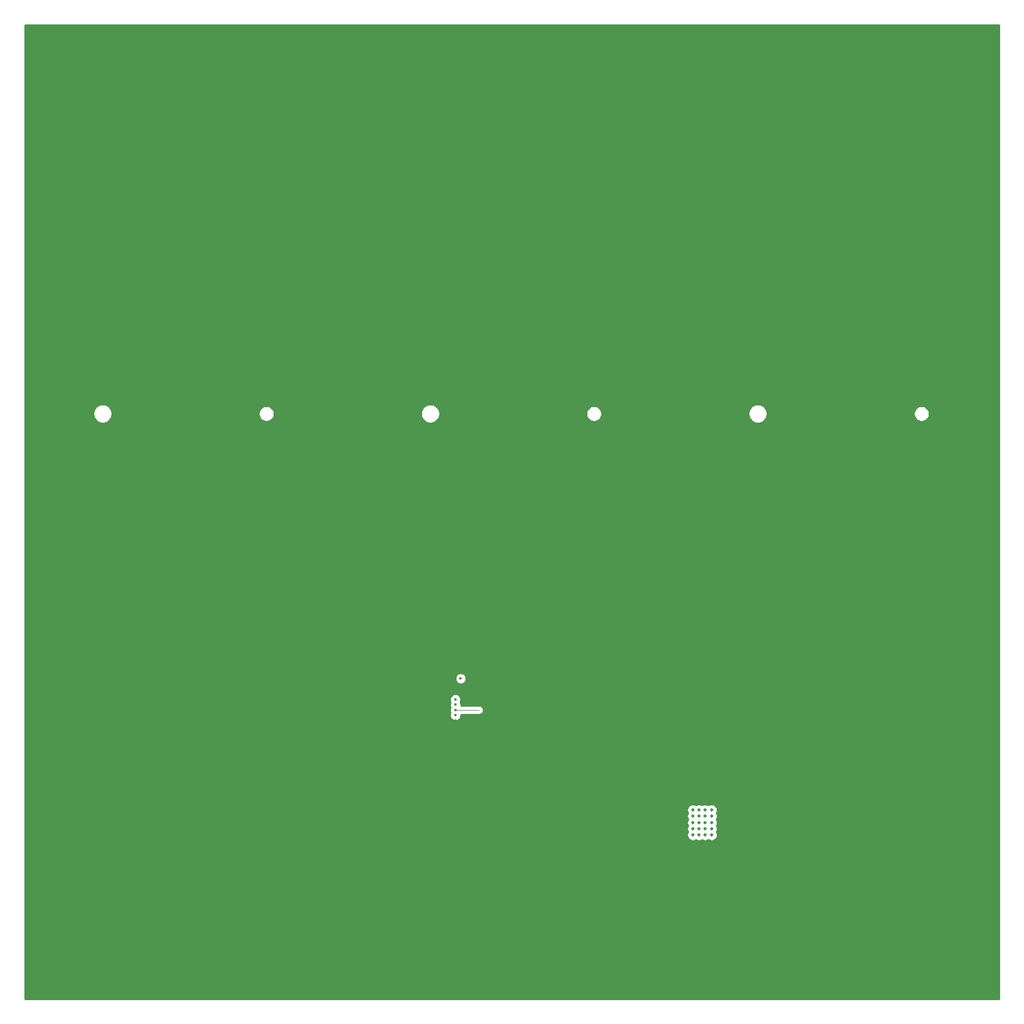
<source format=gbr>
%TF.GenerationSoftware,KiCad,Pcbnew,5.1.6-c6e7f7d~86~ubuntu18.04.1*%
%TF.CreationDate,2020-06-01T18:26:28-05:00*%
%TF.ProjectId,AP2100,41503231-3030-42e6-9b69-6361645f7063,rev?*%
%TF.SameCoordinates,Original*%
%TF.FileFunction,Copper,L5,Inr*%
%TF.FilePolarity,Positive*%
%FSLAX46Y46*%
G04 Gerber Fmt 4.6, Leading zero omitted, Abs format (unit mm)*
G04 Created by KiCad (PCBNEW 5.1.6-c6e7f7d~86~ubuntu18.04.1) date 2020-06-01 18:26:28*
%MOMM*%
%LPD*%
G01*
G04 APERTURE LIST*
%TA.AperFunction,ViaPad*%
%ADD10C,0.499999*%
%TD*%
%TA.AperFunction,ViaPad*%
%ADD11C,0.400000*%
%TD*%
%TA.AperFunction,Conductor*%
%ADD12C,0.105000*%
%TD*%
%TA.AperFunction,Conductor*%
%ADD13C,0.254000*%
%TD*%
G04 APERTURE END LIST*
D10*
%TO.N,N/C*%
%TO.C,U1*%
X103525000Y-121449999D03*
X103525000Y-123350001D03*
X103525000Y-122400000D03*
X104475000Y-122400000D03*
X104475000Y-123350001D03*
X104475000Y-121449999D03*
X104475000Y-120499999D03*
X103525000Y-120499999D03*
X103525000Y-124300001D03*
X104475000Y-124300001D03*
X105425001Y-124300001D03*
X105425001Y-120499999D03*
X105425001Y-121449999D03*
X105425001Y-123350001D03*
X105425001Y-122400000D03*
X102574999Y-122400000D03*
X102574999Y-123350001D03*
X102574999Y-121449999D03*
X102574999Y-120499999D03*
X102574999Y-124300001D03*
%TD*%
D11*
%TO.N,*%
X66340000Y-106030000D03*
X66340000Y-104430000D03*
%TO.N,GND*%
X66340000Y-106830000D03*
%TO.N,Net-(U2-PadW22)*%
X66340000Y-105230000D03*
%TO.N,Net-(U2-PadU22)*%
X66340000Y-103630000D03*
%TO.N,Net-(U2-PadN23)*%
X67140000Y-100430000D03*
%TD*%
D12*
%TO.N,Net-(U2-PadW22)*%
X66340000Y-105230000D02*
X69940000Y-105230000D01*
%TD*%
D13*
%TO.N,GND*%
G36*
X149315001Y-149315000D02*
G01*
X685000Y-149315000D01*
X685000Y-120412834D01*
X101690000Y-120412834D01*
X101690000Y-120587164D01*
X101724010Y-120758144D01*
X101790723Y-120919203D01*
X101828005Y-120974999D01*
X101790723Y-121030795D01*
X101724010Y-121191854D01*
X101690000Y-121362834D01*
X101690000Y-121537164D01*
X101724010Y-121708144D01*
X101790723Y-121869203D01*
X101828005Y-121925000D01*
X101790723Y-121980796D01*
X101724010Y-122141855D01*
X101690000Y-122312835D01*
X101690000Y-122487165D01*
X101724010Y-122658145D01*
X101790723Y-122819204D01*
X101828005Y-122875000D01*
X101790723Y-122930797D01*
X101724010Y-123091856D01*
X101690000Y-123262836D01*
X101690000Y-123437166D01*
X101724010Y-123608146D01*
X101790723Y-123769205D01*
X101828005Y-123825001D01*
X101790723Y-123880797D01*
X101724010Y-124041856D01*
X101690000Y-124212836D01*
X101690000Y-124387166D01*
X101724010Y-124558146D01*
X101790723Y-124719205D01*
X101887575Y-124864155D01*
X102010845Y-124987425D01*
X102155795Y-125084277D01*
X102316854Y-125150990D01*
X102487834Y-125185000D01*
X102662164Y-125185000D01*
X102833144Y-125150990D01*
X102994203Y-125084277D01*
X103050000Y-125046995D01*
X103105796Y-125084277D01*
X103266855Y-125150990D01*
X103437835Y-125185000D01*
X103612165Y-125185000D01*
X103783145Y-125150990D01*
X103944204Y-125084277D01*
X104000000Y-125046995D01*
X104055796Y-125084277D01*
X104216855Y-125150990D01*
X104387835Y-125185000D01*
X104562165Y-125185000D01*
X104733145Y-125150990D01*
X104894204Y-125084277D01*
X104950001Y-125046995D01*
X105005797Y-125084277D01*
X105166856Y-125150990D01*
X105337836Y-125185000D01*
X105512166Y-125185000D01*
X105683146Y-125150990D01*
X105844205Y-125084277D01*
X105989155Y-124987425D01*
X106112425Y-124864155D01*
X106209277Y-124719205D01*
X106275990Y-124558146D01*
X106310000Y-124387166D01*
X106310000Y-124212836D01*
X106275990Y-124041856D01*
X106209277Y-123880797D01*
X106171995Y-123825001D01*
X106209277Y-123769205D01*
X106275990Y-123608146D01*
X106310000Y-123437166D01*
X106310000Y-123262836D01*
X106275990Y-123091856D01*
X106209277Y-122930797D01*
X106171995Y-122875001D01*
X106209277Y-122819204D01*
X106275990Y-122658145D01*
X106310000Y-122487165D01*
X106310000Y-122312835D01*
X106275990Y-122141855D01*
X106209277Y-121980796D01*
X106171995Y-121925000D01*
X106209277Y-121869203D01*
X106275990Y-121708144D01*
X106310000Y-121537164D01*
X106310000Y-121362834D01*
X106275990Y-121191854D01*
X106209277Y-121030795D01*
X106171995Y-120974999D01*
X106209277Y-120919203D01*
X106275990Y-120758144D01*
X106310000Y-120587164D01*
X106310000Y-120412834D01*
X106275990Y-120241854D01*
X106209277Y-120080795D01*
X106112425Y-119935845D01*
X105989155Y-119812575D01*
X105844205Y-119715723D01*
X105683146Y-119649010D01*
X105512166Y-119615000D01*
X105337836Y-119615000D01*
X105166856Y-119649010D01*
X105005797Y-119715723D01*
X104950001Y-119753005D01*
X104894204Y-119715723D01*
X104733145Y-119649010D01*
X104562165Y-119615000D01*
X104387835Y-119615000D01*
X104216855Y-119649010D01*
X104055796Y-119715723D01*
X104000000Y-119753005D01*
X103944204Y-119715723D01*
X103783145Y-119649010D01*
X103612165Y-119615000D01*
X103437835Y-119615000D01*
X103266855Y-119649010D01*
X103105796Y-119715723D01*
X103050000Y-119753005D01*
X102994203Y-119715723D01*
X102833144Y-119649010D01*
X102662164Y-119615000D01*
X102487834Y-119615000D01*
X102316854Y-119649010D01*
X102155795Y-119715723D01*
X102010845Y-119812575D01*
X101887575Y-119935845D01*
X101790723Y-120080795D01*
X101724010Y-120241854D01*
X101690000Y-120412834D01*
X685000Y-120412834D01*
X685000Y-103547760D01*
X65505000Y-103547760D01*
X65505000Y-103712240D01*
X65537089Y-103873560D01*
X65600033Y-104025521D01*
X65603026Y-104030000D01*
X65600033Y-104034479D01*
X65537089Y-104186440D01*
X65505000Y-104347760D01*
X65505000Y-104512240D01*
X65537089Y-104673560D01*
X65600033Y-104825521D01*
X65603026Y-104830000D01*
X65600033Y-104834479D01*
X65537089Y-104986440D01*
X65505000Y-105147760D01*
X65505000Y-105312240D01*
X65537089Y-105473560D01*
X65600033Y-105625521D01*
X65603026Y-105630000D01*
X65600033Y-105634479D01*
X65537089Y-105786440D01*
X65505000Y-105947760D01*
X65505000Y-106112240D01*
X65537089Y-106273560D01*
X65600033Y-106425521D01*
X65691413Y-106562281D01*
X65807719Y-106678587D01*
X65944479Y-106769967D01*
X66096440Y-106832911D01*
X66257760Y-106865000D01*
X66422240Y-106865000D01*
X66583560Y-106832911D01*
X66735521Y-106769967D01*
X66872281Y-106678587D01*
X66988587Y-106562281D01*
X67079967Y-106425521D01*
X67142911Y-106273560D01*
X67175000Y-106112240D01*
X67175000Y-105947760D01*
X67168981Y-105917500D01*
X69973769Y-105917500D01*
X70074773Y-105907552D01*
X70204368Y-105868240D01*
X70323802Y-105804401D01*
X70428488Y-105718488D01*
X70514401Y-105613802D01*
X70578240Y-105494368D01*
X70617552Y-105364773D01*
X70630826Y-105230000D01*
X70617552Y-105095227D01*
X70578240Y-104965632D01*
X70514401Y-104846198D01*
X70428488Y-104741512D01*
X70323802Y-104655599D01*
X70204368Y-104591760D01*
X70074773Y-104552448D01*
X69973769Y-104542500D01*
X67168981Y-104542500D01*
X67175000Y-104512240D01*
X67175000Y-104347760D01*
X67142911Y-104186440D01*
X67079967Y-104034479D01*
X67076974Y-104030000D01*
X67079967Y-104025521D01*
X67142911Y-103873560D01*
X67175000Y-103712240D01*
X67175000Y-103547760D01*
X67142911Y-103386440D01*
X67079967Y-103234479D01*
X66988587Y-103097719D01*
X66872281Y-102981413D01*
X66735521Y-102890033D01*
X66583560Y-102827089D01*
X66422240Y-102795000D01*
X66257760Y-102795000D01*
X66096440Y-102827089D01*
X65944479Y-102890033D01*
X65807719Y-102981413D01*
X65691413Y-103097719D01*
X65600033Y-103234479D01*
X65537089Y-103386440D01*
X65505000Y-103547760D01*
X685000Y-103547760D01*
X685000Y-100347760D01*
X66305000Y-100347760D01*
X66305000Y-100512240D01*
X66337089Y-100673560D01*
X66400033Y-100825521D01*
X66491413Y-100962281D01*
X66607719Y-101078587D01*
X66744479Y-101169967D01*
X66896440Y-101232911D01*
X67057760Y-101265000D01*
X67222240Y-101265000D01*
X67383560Y-101232911D01*
X67535521Y-101169967D01*
X67672281Y-101078587D01*
X67788587Y-100962281D01*
X67879967Y-100825521D01*
X67942911Y-100673560D01*
X67975000Y-100512240D01*
X67975000Y-100347760D01*
X67942911Y-100186440D01*
X67879967Y-100034479D01*
X67788587Y-99897719D01*
X67672281Y-99781413D01*
X67535521Y-99690033D01*
X67383560Y-99627089D01*
X67222240Y-99595000D01*
X67057760Y-99595000D01*
X66896440Y-99627089D01*
X66744479Y-99690033D01*
X66607719Y-99781413D01*
X66491413Y-99897719D01*
X66400033Y-100034479D01*
X66337089Y-100186440D01*
X66305000Y-100347760D01*
X685000Y-100347760D01*
X685000Y-59858665D01*
X11065000Y-59858665D01*
X11065000Y-60141335D01*
X11120147Y-60418574D01*
X11228320Y-60679727D01*
X11385363Y-60914759D01*
X11585241Y-61114637D01*
X11820273Y-61271680D01*
X12081426Y-61379853D01*
X12358665Y-61435000D01*
X12641335Y-61435000D01*
X12918574Y-61379853D01*
X13179727Y-61271680D01*
X13414759Y-61114637D01*
X13614637Y-60914759D01*
X13771680Y-60679727D01*
X13879853Y-60418574D01*
X13935000Y-60141335D01*
X13935000Y-59883288D01*
X36315000Y-59883288D01*
X36315000Y-60116712D01*
X36360539Y-60345652D01*
X36449866Y-60561308D01*
X36579550Y-60755394D01*
X36744606Y-60920450D01*
X36938692Y-61050134D01*
X37154348Y-61139461D01*
X37383288Y-61185000D01*
X37616712Y-61185000D01*
X37845652Y-61139461D01*
X38061308Y-61050134D01*
X38255394Y-60920450D01*
X38420450Y-60755394D01*
X38550134Y-60561308D01*
X38639461Y-60345652D01*
X38685000Y-60116712D01*
X38685000Y-59883288D01*
X38680103Y-59858665D01*
X61065000Y-59858665D01*
X61065000Y-60141335D01*
X61120147Y-60418574D01*
X61228320Y-60679727D01*
X61385363Y-60914759D01*
X61585241Y-61114637D01*
X61820273Y-61271680D01*
X62081426Y-61379853D01*
X62358665Y-61435000D01*
X62641335Y-61435000D01*
X62918574Y-61379853D01*
X63179727Y-61271680D01*
X63414759Y-61114637D01*
X63614637Y-60914759D01*
X63771680Y-60679727D01*
X63879853Y-60418574D01*
X63935000Y-60141335D01*
X63935000Y-59883288D01*
X86315000Y-59883288D01*
X86315000Y-60116712D01*
X86360539Y-60345652D01*
X86449866Y-60561308D01*
X86579550Y-60755394D01*
X86744606Y-60920450D01*
X86938692Y-61050134D01*
X87154348Y-61139461D01*
X87383288Y-61185000D01*
X87616712Y-61185000D01*
X87845652Y-61139461D01*
X88061308Y-61050134D01*
X88255394Y-60920450D01*
X88420450Y-60755394D01*
X88550134Y-60561308D01*
X88639461Y-60345652D01*
X88685000Y-60116712D01*
X88685000Y-59883288D01*
X88680103Y-59858665D01*
X111065000Y-59858665D01*
X111065000Y-60141335D01*
X111120147Y-60418574D01*
X111228320Y-60679727D01*
X111385363Y-60914759D01*
X111585241Y-61114637D01*
X111820273Y-61271680D01*
X112081426Y-61379853D01*
X112358665Y-61435000D01*
X112641335Y-61435000D01*
X112918574Y-61379853D01*
X113179727Y-61271680D01*
X113414759Y-61114637D01*
X113614637Y-60914759D01*
X113771680Y-60679727D01*
X113879853Y-60418574D01*
X113935000Y-60141335D01*
X113935000Y-59883288D01*
X136315000Y-59883288D01*
X136315000Y-60116712D01*
X136360539Y-60345652D01*
X136449866Y-60561308D01*
X136579550Y-60755394D01*
X136744606Y-60920450D01*
X136938692Y-61050134D01*
X137154348Y-61139461D01*
X137383288Y-61185000D01*
X137616712Y-61185000D01*
X137845652Y-61139461D01*
X138061308Y-61050134D01*
X138255394Y-60920450D01*
X138420450Y-60755394D01*
X138550134Y-60561308D01*
X138639461Y-60345652D01*
X138685000Y-60116712D01*
X138685000Y-59883288D01*
X138639461Y-59654348D01*
X138550134Y-59438692D01*
X138420450Y-59244606D01*
X138255394Y-59079550D01*
X138061308Y-58949866D01*
X137845652Y-58860539D01*
X137616712Y-58815000D01*
X137383288Y-58815000D01*
X137154348Y-58860539D01*
X136938692Y-58949866D01*
X136744606Y-59079550D01*
X136579550Y-59244606D01*
X136449866Y-59438692D01*
X136360539Y-59654348D01*
X136315000Y-59883288D01*
X113935000Y-59883288D01*
X113935000Y-59858665D01*
X113879853Y-59581426D01*
X113771680Y-59320273D01*
X113614637Y-59085241D01*
X113414759Y-58885363D01*
X113179727Y-58728320D01*
X112918574Y-58620147D01*
X112641335Y-58565000D01*
X112358665Y-58565000D01*
X112081426Y-58620147D01*
X111820273Y-58728320D01*
X111585241Y-58885363D01*
X111385363Y-59085241D01*
X111228320Y-59320273D01*
X111120147Y-59581426D01*
X111065000Y-59858665D01*
X88680103Y-59858665D01*
X88639461Y-59654348D01*
X88550134Y-59438692D01*
X88420450Y-59244606D01*
X88255394Y-59079550D01*
X88061308Y-58949866D01*
X87845652Y-58860539D01*
X87616712Y-58815000D01*
X87383288Y-58815000D01*
X87154348Y-58860539D01*
X86938692Y-58949866D01*
X86744606Y-59079550D01*
X86579550Y-59244606D01*
X86449866Y-59438692D01*
X86360539Y-59654348D01*
X86315000Y-59883288D01*
X63935000Y-59883288D01*
X63935000Y-59858665D01*
X63879853Y-59581426D01*
X63771680Y-59320273D01*
X63614637Y-59085241D01*
X63414759Y-58885363D01*
X63179727Y-58728320D01*
X62918574Y-58620147D01*
X62641335Y-58565000D01*
X62358665Y-58565000D01*
X62081426Y-58620147D01*
X61820273Y-58728320D01*
X61585241Y-58885363D01*
X61385363Y-59085241D01*
X61228320Y-59320273D01*
X61120147Y-59581426D01*
X61065000Y-59858665D01*
X38680103Y-59858665D01*
X38639461Y-59654348D01*
X38550134Y-59438692D01*
X38420450Y-59244606D01*
X38255394Y-59079550D01*
X38061308Y-58949866D01*
X37845652Y-58860539D01*
X37616712Y-58815000D01*
X37383288Y-58815000D01*
X37154348Y-58860539D01*
X36938692Y-58949866D01*
X36744606Y-59079550D01*
X36579550Y-59244606D01*
X36449866Y-59438692D01*
X36360539Y-59654348D01*
X36315000Y-59883288D01*
X13935000Y-59883288D01*
X13935000Y-59858665D01*
X13879853Y-59581426D01*
X13771680Y-59320273D01*
X13614637Y-59085241D01*
X13414759Y-58885363D01*
X13179727Y-58728320D01*
X12918574Y-58620147D01*
X12641335Y-58565000D01*
X12358665Y-58565000D01*
X12081426Y-58620147D01*
X11820273Y-58728320D01*
X11585241Y-58885363D01*
X11385363Y-59085241D01*
X11228320Y-59320273D01*
X11120147Y-59581426D01*
X11065000Y-59858665D01*
X685000Y-59858665D01*
X685000Y-685000D01*
X149315000Y-685000D01*
X149315001Y-149315000D01*
G37*
X149315001Y-149315000D02*
X685000Y-149315000D01*
X685000Y-120412834D01*
X101690000Y-120412834D01*
X101690000Y-120587164D01*
X101724010Y-120758144D01*
X101790723Y-120919203D01*
X101828005Y-120974999D01*
X101790723Y-121030795D01*
X101724010Y-121191854D01*
X101690000Y-121362834D01*
X101690000Y-121537164D01*
X101724010Y-121708144D01*
X101790723Y-121869203D01*
X101828005Y-121925000D01*
X101790723Y-121980796D01*
X101724010Y-122141855D01*
X101690000Y-122312835D01*
X101690000Y-122487165D01*
X101724010Y-122658145D01*
X101790723Y-122819204D01*
X101828005Y-122875000D01*
X101790723Y-122930797D01*
X101724010Y-123091856D01*
X101690000Y-123262836D01*
X101690000Y-123437166D01*
X101724010Y-123608146D01*
X101790723Y-123769205D01*
X101828005Y-123825001D01*
X101790723Y-123880797D01*
X101724010Y-124041856D01*
X101690000Y-124212836D01*
X101690000Y-124387166D01*
X101724010Y-124558146D01*
X101790723Y-124719205D01*
X101887575Y-124864155D01*
X102010845Y-124987425D01*
X102155795Y-125084277D01*
X102316854Y-125150990D01*
X102487834Y-125185000D01*
X102662164Y-125185000D01*
X102833144Y-125150990D01*
X102994203Y-125084277D01*
X103050000Y-125046995D01*
X103105796Y-125084277D01*
X103266855Y-125150990D01*
X103437835Y-125185000D01*
X103612165Y-125185000D01*
X103783145Y-125150990D01*
X103944204Y-125084277D01*
X104000000Y-125046995D01*
X104055796Y-125084277D01*
X104216855Y-125150990D01*
X104387835Y-125185000D01*
X104562165Y-125185000D01*
X104733145Y-125150990D01*
X104894204Y-125084277D01*
X104950001Y-125046995D01*
X105005797Y-125084277D01*
X105166856Y-125150990D01*
X105337836Y-125185000D01*
X105512166Y-125185000D01*
X105683146Y-125150990D01*
X105844205Y-125084277D01*
X105989155Y-124987425D01*
X106112425Y-124864155D01*
X106209277Y-124719205D01*
X106275990Y-124558146D01*
X106310000Y-124387166D01*
X106310000Y-124212836D01*
X106275990Y-124041856D01*
X106209277Y-123880797D01*
X106171995Y-123825001D01*
X106209277Y-123769205D01*
X106275990Y-123608146D01*
X106310000Y-123437166D01*
X106310000Y-123262836D01*
X106275990Y-123091856D01*
X106209277Y-122930797D01*
X106171995Y-122875001D01*
X106209277Y-122819204D01*
X106275990Y-122658145D01*
X106310000Y-122487165D01*
X106310000Y-122312835D01*
X106275990Y-122141855D01*
X106209277Y-121980796D01*
X106171995Y-121925000D01*
X106209277Y-121869203D01*
X106275990Y-121708144D01*
X106310000Y-121537164D01*
X106310000Y-121362834D01*
X106275990Y-121191854D01*
X106209277Y-121030795D01*
X106171995Y-120974999D01*
X106209277Y-120919203D01*
X106275990Y-120758144D01*
X106310000Y-120587164D01*
X106310000Y-120412834D01*
X106275990Y-120241854D01*
X106209277Y-120080795D01*
X106112425Y-119935845D01*
X105989155Y-119812575D01*
X105844205Y-119715723D01*
X105683146Y-119649010D01*
X105512166Y-119615000D01*
X105337836Y-119615000D01*
X105166856Y-119649010D01*
X105005797Y-119715723D01*
X104950001Y-119753005D01*
X104894204Y-119715723D01*
X104733145Y-119649010D01*
X104562165Y-119615000D01*
X104387835Y-119615000D01*
X104216855Y-119649010D01*
X104055796Y-119715723D01*
X104000000Y-119753005D01*
X103944204Y-119715723D01*
X103783145Y-119649010D01*
X103612165Y-119615000D01*
X103437835Y-119615000D01*
X103266855Y-119649010D01*
X103105796Y-119715723D01*
X103050000Y-119753005D01*
X102994203Y-119715723D01*
X102833144Y-119649010D01*
X102662164Y-119615000D01*
X102487834Y-119615000D01*
X102316854Y-119649010D01*
X102155795Y-119715723D01*
X102010845Y-119812575D01*
X101887575Y-119935845D01*
X101790723Y-120080795D01*
X101724010Y-120241854D01*
X101690000Y-120412834D01*
X685000Y-120412834D01*
X685000Y-103547760D01*
X65505000Y-103547760D01*
X65505000Y-103712240D01*
X65537089Y-103873560D01*
X65600033Y-104025521D01*
X65603026Y-104030000D01*
X65600033Y-104034479D01*
X65537089Y-104186440D01*
X65505000Y-104347760D01*
X65505000Y-104512240D01*
X65537089Y-104673560D01*
X65600033Y-104825521D01*
X65603026Y-104830000D01*
X65600033Y-104834479D01*
X65537089Y-104986440D01*
X65505000Y-105147760D01*
X65505000Y-105312240D01*
X65537089Y-105473560D01*
X65600033Y-105625521D01*
X65603026Y-105630000D01*
X65600033Y-105634479D01*
X65537089Y-105786440D01*
X65505000Y-105947760D01*
X65505000Y-106112240D01*
X65537089Y-106273560D01*
X65600033Y-106425521D01*
X65691413Y-106562281D01*
X65807719Y-106678587D01*
X65944479Y-106769967D01*
X66096440Y-106832911D01*
X66257760Y-106865000D01*
X66422240Y-106865000D01*
X66583560Y-106832911D01*
X66735521Y-106769967D01*
X66872281Y-106678587D01*
X66988587Y-106562281D01*
X67079967Y-106425521D01*
X67142911Y-106273560D01*
X67175000Y-106112240D01*
X67175000Y-105947760D01*
X67168981Y-105917500D01*
X69973769Y-105917500D01*
X70074773Y-105907552D01*
X70204368Y-105868240D01*
X70323802Y-105804401D01*
X70428488Y-105718488D01*
X70514401Y-105613802D01*
X70578240Y-105494368D01*
X70617552Y-105364773D01*
X70630826Y-105230000D01*
X70617552Y-105095227D01*
X70578240Y-104965632D01*
X70514401Y-104846198D01*
X70428488Y-104741512D01*
X70323802Y-104655599D01*
X70204368Y-104591760D01*
X70074773Y-104552448D01*
X69973769Y-104542500D01*
X67168981Y-104542500D01*
X67175000Y-104512240D01*
X67175000Y-104347760D01*
X67142911Y-104186440D01*
X67079967Y-104034479D01*
X67076974Y-104030000D01*
X67079967Y-104025521D01*
X67142911Y-103873560D01*
X67175000Y-103712240D01*
X67175000Y-103547760D01*
X67142911Y-103386440D01*
X67079967Y-103234479D01*
X66988587Y-103097719D01*
X66872281Y-102981413D01*
X66735521Y-102890033D01*
X66583560Y-102827089D01*
X66422240Y-102795000D01*
X66257760Y-102795000D01*
X66096440Y-102827089D01*
X65944479Y-102890033D01*
X65807719Y-102981413D01*
X65691413Y-103097719D01*
X65600033Y-103234479D01*
X65537089Y-103386440D01*
X65505000Y-103547760D01*
X685000Y-103547760D01*
X685000Y-100347760D01*
X66305000Y-100347760D01*
X66305000Y-100512240D01*
X66337089Y-100673560D01*
X66400033Y-100825521D01*
X66491413Y-100962281D01*
X66607719Y-101078587D01*
X66744479Y-101169967D01*
X66896440Y-101232911D01*
X67057760Y-101265000D01*
X67222240Y-101265000D01*
X67383560Y-101232911D01*
X67535521Y-101169967D01*
X67672281Y-101078587D01*
X67788587Y-100962281D01*
X67879967Y-100825521D01*
X67942911Y-100673560D01*
X67975000Y-100512240D01*
X67975000Y-100347760D01*
X67942911Y-100186440D01*
X67879967Y-100034479D01*
X67788587Y-99897719D01*
X67672281Y-99781413D01*
X67535521Y-99690033D01*
X67383560Y-99627089D01*
X67222240Y-99595000D01*
X67057760Y-99595000D01*
X66896440Y-99627089D01*
X66744479Y-99690033D01*
X66607719Y-99781413D01*
X66491413Y-99897719D01*
X66400033Y-100034479D01*
X66337089Y-100186440D01*
X66305000Y-100347760D01*
X685000Y-100347760D01*
X685000Y-59858665D01*
X11065000Y-59858665D01*
X11065000Y-60141335D01*
X11120147Y-60418574D01*
X11228320Y-60679727D01*
X11385363Y-60914759D01*
X11585241Y-61114637D01*
X11820273Y-61271680D01*
X12081426Y-61379853D01*
X12358665Y-61435000D01*
X12641335Y-61435000D01*
X12918574Y-61379853D01*
X13179727Y-61271680D01*
X13414759Y-61114637D01*
X13614637Y-60914759D01*
X13771680Y-60679727D01*
X13879853Y-60418574D01*
X13935000Y-60141335D01*
X13935000Y-59883288D01*
X36315000Y-59883288D01*
X36315000Y-60116712D01*
X36360539Y-60345652D01*
X36449866Y-60561308D01*
X36579550Y-60755394D01*
X36744606Y-60920450D01*
X36938692Y-61050134D01*
X37154348Y-61139461D01*
X37383288Y-61185000D01*
X37616712Y-61185000D01*
X37845652Y-61139461D01*
X38061308Y-61050134D01*
X38255394Y-60920450D01*
X38420450Y-60755394D01*
X38550134Y-60561308D01*
X38639461Y-60345652D01*
X38685000Y-60116712D01*
X38685000Y-59883288D01*
X38680103Y-59858665D01*
X61065000Y-59858665D01*
X61065000Y-60141335D01*
X61120147Y-60418574D01*
X61228320Y-60679727D01*
X61385363Y-60914759D01*
X61585241Y-61114637D01*
X61820273Y-61271680D01*
X62081426Y-61379853D01*
X62358665Y-61435000D01*
X62641335Y-61435000D01*
X62918574Y-61379853D01*
X63179727Y-61271680D01*
X63414759Y-61114637D01*
X63614637Y-60914759D01*
X63771680Y-60679727D01*
X63879853Y-60418574D01*
X63935000Y-60141335D01*
X63935000Y-59883288D01*
X86315000Y-59883288D01*
X86315000Y-60116712D01*
X86360539Y-60345652D01*
X86449866Y-60561308D01*
X86579550Y-60755394D01*
X86744606Y-60920450D01*
X86938692Y-61050134D01*
X87154348Y-61139461D01*
X87383288Y-61185000D01*
X87616712Y-61185000D01*
X87845652Y-61139461D01*
X88061308Y-61050134D01*
X88255394Y-60920450D01*
X88420450Y-60755394D01*
X88550134Y-60561308D01*
X88639461Y-60345652D01*
X88685000Y-60116712D01*
X88685000Y-59883288D01*
X88680103Y-59858665D01*
X111065000Y-59858665D01*
X111065000Y-60141335D01*
X111120147Y-60418574D01*
X111228320Y-60679727D01*
X111385363Y-60914759D01*
X111585241Y-61114637D01*
X111820273Y-61271680D01*
X112081426Y-61379853D01*
X112358665Y-61435000D01*
X112641335Y-61435000D01*
X112918574Y-61379853D01*
X113179727Y-61271680D01*
X113414759Y-61114637D01*
X113614637Y-60914759D01*
X113771680Y-60679727D01*
X113879853Y-60418574D01*
X113935000Y-60141335D01*
X113935000Y-59883288D01*
X136315000Y-59883288D01*
X136315000Y-60116712D01*
X136360539Y-60345652D01*
X136449866Y-60561308D01*
X136579550Y-60755394D01*
X136744606Y-60920450D01*
X136938692Y-61050134D01*
X137154348Y-61139461D01*
X137383288Y-61185000D01*
X137616712Y-61185000D01*
X137845652Y-61139461D01*
X138061308Y-61050134D01*
X138255394Y-60920450D01*
X138420450Y-60755394D01*
X138550134Y-60561308D01*
X138639461Y-60345652D01*
X138685000Y-60116712D01*
X138685000Y-59883288D01*
X138639461Y-59654348D01*
X138550134Y-59438692D01*
X138420450Y-59244606D01*
X138255394Y-59079550D01*
X138061308Y-58949866D01*
X137845652Y-58860539D01*
X137616712Y-58815000D01*
X137383288Y-58815000D01*
X137154348Y-58860539D01*
X136938692Y-58949866D01*
X136744606Y-59079550D01*
X136579550Y-59244606D01*
X136449866Y-59438692D01*
X136360539Y-59654348D01*
X136315000Y-59883288D01*
X113935000Y-59883288D01*
X113935000Y-59858665D01*
X113879853Y-59581426D01*
X113771680Y-59320273D01*
X113614637Y-59085241D01*
X113414759Y-58885363D01*
X113179727Y-58728320D01*
X112918574Y-58620147D01*
X112641335Y-58565000D01*
X112358665Y-58565000D01*
X112081426Y-58620147D01*
X111820273Y-58728320D01*
X111585241Y-58885363D01*
X111385363Y-59085241D01*
X111228320Y-59320273D01*
X111120147Y-59581426D01*
X111065000Y-59858665D01*
X88680103Y-59858665D01*
X88639461Y-59654348D01*
X88550134Y-59438692D01*
X88420450Y-59244606D01*
X88255394Y-59079550D01*
X88061308Y-58949866D01*
X87845652Y-58860539D01*
X87616712Y-58815000D01*
X87383288Y-58815000D01*
X87154348Y-58860539D01*
X86938692Y-58949866D01*
X86744606Y-59079550D01*
X86579550Y-59244606D01*
X86449866Y-59438692D01*
X86360539Y-59654348D01*
X86315000Y-59883288D01*
X63935000Y-59883288D01*
X63935000Y-59858665D01*
X63879853Y-59581426D01*
X63771680Y-59320273D01*
X63614637Y-59085241D01*
X63414759Y-58885363D01*
X63179727Y-58728320D01*
X62918574Y-58620147D01*
X62641335Y-58565000D01*
X62358665Y-58565000D01*
X62081426Y-58620147D01*
X61820273Y-58728320D01*
X61585241Y-58885363D01*
X61385363Y-59085241D01*
X61228320Y-59320273D01*
X61120147Y-59581426D01*
X61065000Y-59858665D01*
X38680103Y-59858665D01*
X38639461Y-59654348D01*
X38550134Y-59438692D01*
X38420450Y-59244606D01*
X38255394Y-59079550D01*
X38061308Y-58949866D01*
X37845652Y-58860539D01*
X37616712Y-58815000D01*
X37383288Y-58815000D01*
X37154348Y-58860539D01*
X36938692Y-58949866D01*
X36744606Y-59079550D01*
X36579550Y-59244606D01*
X36449866Y-59438692D01*
X36360539Y-59654348D01*
X36315000Y-59883288D01*
X13935000Y-59883288D01*
X13935000Y-59858665D01*
X13879853Y-59581426D01*
X13771680Y-59320273D01*
X13614637Y-59085241D01*
X13414759Y-58885363D01*
X13179727Y-58728320D01*
X12918574Y-58620147D01*
X12641335Y-58565000D01*
X12358665Y-58565000D01*
X12081426Y-58620147D01*
X11820273Y-58728320D01*
X11585241Y-58885363D01*
X11385363Y-59085241D01*
X11228320Y-59320273D01*
X11120147Y-59581426D01*
X11065000Y-59858665D01*
X685000Y-59858665D01*
X685000Y-685000D01*
X149315000Y-685000D01*
X149315001Y-149315000D01*
%TD*%
M02*

</source>
